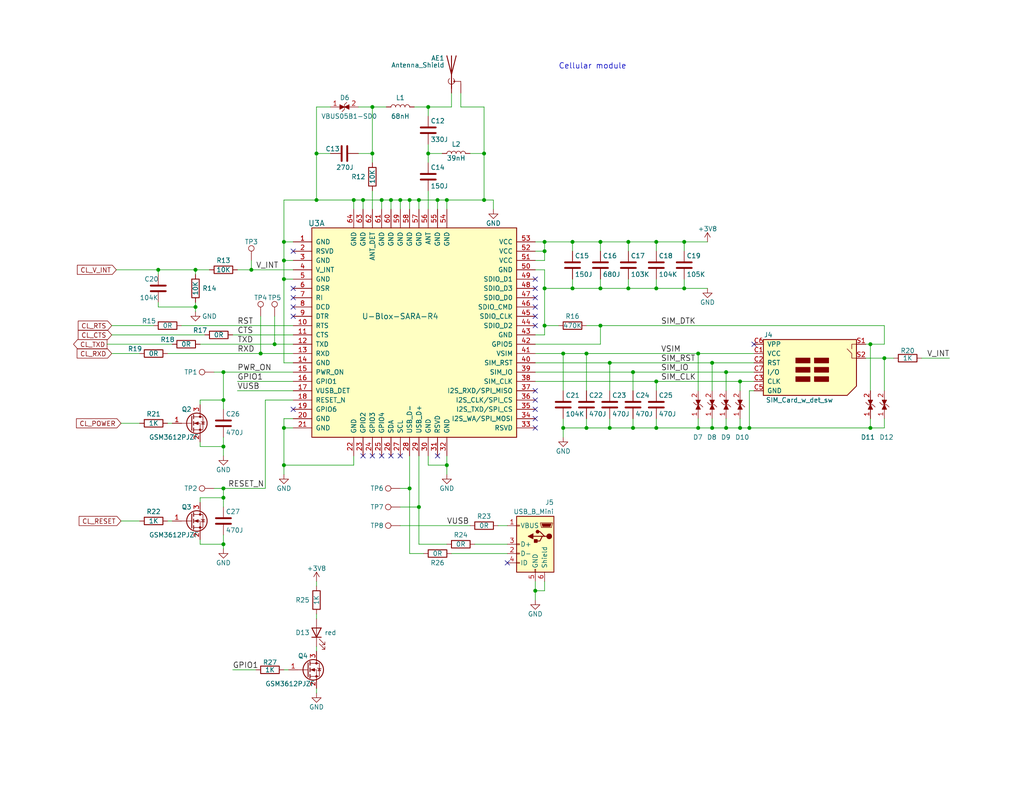
<source format=kicad_sch>
(kicad_sch (version 20230121) (generator eeschema)
  (paper "USLetter")
  (title_block (title "EISScube v.3.0 LTE") (date "2018-03-15") (rev "1.0") (company "IPKeys Technologies, LLC") (comment 1 "Yuriy Kozhynov (ykozhynov@ipkeys.com)"))
  (lib_symbols
    (symbol "Device:Antenna_Shield" (pin_numbers hide) (pin_names (offset 1.016) hide)
      (property "Reference" "AE" (at -1.905 4.445 0))
      (property "Value" "Antenna_Shield" (at -1.905 2.54 0))
      (symbol "Antenna_Shield_0_1"
        (arc (start -0.508 -1.143) (mid -0.8429 -2.1194) (end 0 -2.667))
        (arc (start 0 -2.667) (mid 0.7989 -2.1052) (end 0.508 -1.143))
        (polyline (pts (xy 0 -2.54) (xy 0 0)))
        (polyline (pts (xy 0 5.08) (xy 0 -3.81)) (stroke (width 0.254)))
        (polyline (pts (xy 0.762 -1.905) (xy 2.54 -1.905)))
        (polyline (pts (xy 2.54 -2.54) (xy 2.54 -1.905)))
        (polyline (pts (xy 1.27 5.08) (xy 0 0) (xy -1.27 5.08)) (stroke (width 0.254)))
        (circle (center 0.762 -1.905) (radius 0.1778) (fill (type outline)))
      )
      (symbol "Antenna_Shield_1_1"
        (pin input line (at 0 -5.08 90) (length 2.54) (name "A") (number "1"))
        (pin input line (at 2.54 -5.08 90) (length 2.54) (name "Shield") (number "2"))
      )
    )
    (symbol "Device:C" (pin_numbers hide) (pin_names (offset 0.254))
      (property "Reference" "C" (at 0.635 2.54 0))
      (property "Value" "C" (at 0.635 -2.54 0))
      (symbol "C_0_1"
        (polyline (pts (xy -2.032 -0.762) (xy 2.032 -0.762)) (stroke (width 0.508)))
        (polyline (pts (xy -2.032 0.762) (xy 2.032 0.762)) (stroke (width 0.508)))
      )
      (symbol "C_1_1"
        (pin passive line (at 0 3.81 270) (length 2.794) (name "~") (number "1"))
        (pin passive line (at 0 -3.81 90) (length 2.794) (name "~") (number "2"))
      )
    )
    (symbol "Device:L" (pin_numbers hide) (pin_names (offset 1.016) hide)
      (property "Reference" "L" (at -1.27 0 90))
      (property "Value" "L" (at 1.905 0 90))
      (symbol "L_0_1"
        (arc (start 0 -2.54) (mid 0.6323 -1.905) (end 0 -1.27))
        (arc (start 0 -1.27) (mid 0.6323 -0.635) (end 0 0))
        (arc (start 0 0) (mid 0.6323 0.635) (end 0 1.27))
        (arc (start 0 1.27) (mid 0.6323 1.905) (end 0 2.54))
      )
      (symbol "L_1_1"
        (pin passive line (at 0 3.81 270) (length 1.27) (name "1") (number "1"))
        (pin passive line (at 0 -3.81 90) (length 1.27) (name "2") (number "2"))
      )
    )
    (symbol "Device:LED" (pin_numbers hide) (pin_names (offset 1.016) hide)
      (property "Reference" "D" (at 0 2.54 0))
      (property "Value" "LED" (at 0 -2.54 0))
      (symbol "LED_0_1"
        (polyline (pts (xy -1.27 -1.27) (xy -1.27 1.27)) (stroke (width 0.254)))
        (polyline (pts (xy -1.27 0) (xy 1.27 0)))
        (polyline (pts (xy 1.27 -1.27) (xy 1.27 1.27) (xy -1.27 0) (xy 1.27 -1.27)) (stroke (width 0.254)))
        (polyline (pts (xy -3.048 -0.762) (xy -4.572 -2.286) (xy -3.81 -2.286) (xy -4.572 -2.286) (xy -4.572 -1.524)))
        (polyline (pts (xy -1.778 -0.762) (xy -3.302 -2.286) (xy -2.54 -2.286) (xy -3.302 -2.286) (xy -3.302 -1.524)))
      )
      (symbol "LED_1_1"
        (pin passive line (at -3.81 0 0) (length 2.54) (name "K") (number "1"))
        (pin passive line (at 3.81 0 180) (length 2.54) (name "A") (number "2"))
      )
    )
    (symbol "Device:Q_NMOS_GSD" (pin_names (offset 0) hide)
      (property "Reference" "Q" (at 5.08 1.27 0))
      (property "Value" "Q_NMOS_GSD" (at 5.08 -1.27 0))
      (symbol "Q_NMOS_GSD_0_1"
        (polyline (pts (xy 0.254 0) (xy -2.54 0)))
        (polyline (pts (xy 0.254 1.905) (xy 0.254 -1.905)) (stroke (width 0.254)))
        (polyline (pts (xy 0.762 -1.27) (xy 0.762 -2.286)) (stroke (width 0.254)))
        (polyline (pts (xy 0.762 0.508) (xy 0.762 -0.508)) (stroke (width 0.254)))
        (polyline (pts (xy 0.762 2.286) (xy 0.762 1.27)) (stroke (width 0.254)))
        (polyline (pts (xy 2.54 2.54) (xy 2.54 1.778)))
        (polyline (pts (xy 2.54 -2.54) (xy 2.54 0) (xy 0.762 0)))
        (polyline (pts (xy 0.762 -1.778) (xy 3.302 -1.778) (xy 3.302 1.778) (xy 0.762 1.778)))
        (polyline (pts (xy 1.016 0) (xy 2.032 0.381) (xy 2.032 -0.381) (xy 1.016 0)) (fill (type outline)))
        (polyline (pts (xy 2.794 0.508) (xy 2.921 0.381) (xy 3.683 0.381) (xy 3.81 0.254)))
        (polyline (pts (xy 3.302 0.381) (xy 2.921 -0.254) (xy 3.683 -0.254) (xy 3.302 0.381)))
        (circle (center 1.651 0) (radius 2.794) (stroke (width 0.254)))
        (circle (center 2.54 -1.778) (radius 0.254) (fill (type outline)))
        (circle (center 2.54 1.778) (radius 0.254) (fill (type outline)))
      )
      (symbol "Q_NMOS_GSD_1_1"
        (pin input line (at -5.08 0 0) (length 2.54) (name "G") (number "1"))
        (pin passive line (at 2.54 -5.08 90) (length 2.54) (name "S") (number "2"))
        (pin passive line (at 2.54 5.08 270) (length 2.54) (name "D") (number "3"))
      )
    )
    (symbol "Device:R" (pin_numbers hide) (pin_names (offset 0))
      (property "Reference" "R" (at 2.032 0 90))
      (property "Value" "R" (at 0 0 90))
      (symbol "R_0_1"
        (rectangle (start -1.016 -2.54) (end 1.016 2.54) (stroke (width 0.254)))
      )
      (symbol "R_1_1"
        (pin passive line (at 0 3.81 270) (length 1.27) (name "~") (number "1"))
        (pin passive line (at 0 -3.81 90) (length 1.27) (name "~") (number "2"))
      )
    )
    (symbol "EISScube-v3.0-LTE-rescue:Test_Point-Connector_Specialized" (pin_numbers hide) (pin_names (offset 0.762) hide)
      (property "Reference" "TP" (at 0 6.858 0))
      (property "Value" "EISScube-v3.0-LTE-rescue_Test_Point-Connector_Specialized" (at 0 5.08 0))
      (symbol "Test_Point-Connector_Specialized_0_1"
        (circle (center 0 3.302) (radius 0.762))
      )
      (symbol "Test_Point-Connector_Specialized_1_1"
        (pin passive line (at 0 0 90) (length 2.54) (name "1") (number "1"))
      )
    )
    (symbol "EISScube_LTE:SIM_Card_w_det_sw" (pin_names (offset 1.016))
      (property "Reference" "J" (at -7.62 10.16 0))
      (property "Value" "SIM_Card_w_det_sw" (at 8.89 -7.62 0))
      (symbol "SIM_Card_w_det_sw_0_1"
        (rectangle (start -1.27 -2.54) (end 2.54 -1.27) (stroke (width 0.254)) (fill (type outline)))
        (rectangle (start -1.27 0) (end 2.54 1.27) (stroke (width 0.254)) (fill (type outline)))
        (rectangle (start -1.27 2.54) (end 2.54 3.81) (stroke (width 0.254)) (fill (type outline)))
        (polyline (pts (xy 12.7 6.35) (xy 13.97 5.08)))
        (polyline (pts (xy 13.97 5.08) (xy 13.97 3.81) (xy 15.24 3.81)))
        (polyline (pts (xy 15.24 7.62) (xy 13.97 7.62) (xy 13.97 6.35)))
        (polyline (pts (xy -10.16 8.89) (xy 15.24 8.89) (xy 15.24 -3.81) (xy 12.7 -6.35) (xy -10.16 -6.35) (xy -10.16 8.89)) (stroke (width 0.254)) (fill (type background)))
        (rectangle (start 3.81 -1.27) (end 7.62 -2.54) (stroke (width 0.254)) (fill (type outline)))
        (rectangle (start 3.81 0) (end 7.62 1.27) (stroke (width 0.254)) (fill (type outline)))
        (rectangle (start 3.81 2.54) (end 7.62 3.81) (stroke (width 0.254)) (fill (type outline)))
      )
      (symbol "SIM_Card_w_det_sw_1_1"
        (pin power_in line (at -12.7 5.08 0) (length 2.54) (name "VCC") (number "C1"))
        (pin input line (at -12.7 2.54 0) (length 2.54) (name "RST") (number "C2"))
        (pin input line (at -12.7 -2.54 0) (length 2.54) (name "CLK") (number "C3"))
        (pin power_in line (at -12.7 -5.08 0) (length 2.54) (name "GND") (number "C5"))
        (pin input line (at -12.7 7.62 0) (length 2.54) (name "VPP") (number "C6"))
        (pin bidirectional line (at -12.7 0 0) (length 2.54) (name "I/O") (number "C7"))
        (pin passive line (at 17.78 7.62 180) (length 2.54) (name "~") (number "S1"))
        (pin passive line (at 17.78 3.81 180) (length 2.54) (name "~") (number "S2"))
      )
    )
    (symbol "EISScube_LTE:U-Blox-SARA-R4" (pin_names (offset 1.016))
      (property "Reference" "U" (at -29.21 30.48 0))
      (property "Value" "U-Blox-SARA-R4" (at -6.35 1.27 0))
      (symbol "U-Blox-SARA-R4_0_1"
        (rectangle (start -31.75 29.21) (end 24.13 -27.94) (stroke (width 0.254)) (fill (type background)))
      )
      (symbol "U-Blox-SARA-R4_1_1"
        (pin input line (at -36.83 25.4 0) (length 5.08) (name "GND") (number "1"))
        (pin passive line (at -36.83 2.54 0) (length 5.08) (name "RTS") (number "10"))
        (pin passive line (at -36.83 0 0) (length 5.08) (name "CTS") (number "11"))
        (pin passive line (at -36.83 -2.54 0) (length 5.08) (name "TXD") (number "12"))
        (pin passive line (at -36.83 -5.08 0) (length 5.08) (name "RXD") (number "13"))
        (pin passive line (at -36.83 -7.62 0) (length 5.08) (name "GND") (number "14"))
        (pin passive line (at -36.83 -10.16 0) (length 5.08) (name "PWR_ON") (number "15"))
        (pin passive line (at -36.83 -12.7 0) (length 5.08) (name "GPIO1") (number "16"))
        (pin passive line (at -36.83 -15.24 0) (length 5.08) (name "VUSB_DET") (number "17"))
        (pin passive line (at -36.83 -17.78 0) (length 5.08) (name "RESET_N") (number "18"))
        (pin passive line (at -36.83 -20.32 0) (length 5.08) (name "GPIO6") (number "19"))
        (pin input line (at -36.83 22.86 0) (length 5.08) (name "RSVD") (number "2"))
        (pin passive line (at -36.83 -22.86 0) (length 5.08) (name "GND") (number "20"))
        (pin passive line (at -36.83 -25.4 0) (length 5.08) (name "GND") (number "21"))
        (pin passive line (at -20.32 -33.02 90) (length 5.08) (name "GND") (number "22"))
        (pin passive line (at -17.78 -33.02 90) (length 5.08) (name "GPIO2") (number "23"))
        (pin passive line (at -15.24 -33.02 90) (length 5.08) (name "GPIO3") (number "24"))
        (pin passive line (at -12.7 -33.02 90) (length 5.08) (name "GPIO4") (number "25"))
        (pin passive line (at -10.16 -33.02 90) (length 5.08) (name "SDA") (number "26"))
        (pin passive line (at -7.62 -33.02 90) (length 5.08) (name "SCL") (number "27"))
        (pin passive line (at -5.08 -33.02 90) (length 5.08) (name "USB_D-") (number "28"))
        (pin passive line (at -2.54 -33.02 90) (length 5.08) (name "USB_D+") (number "29"))
        (pin passive line (at -36.83 20.32 0) (length 5.08) (name "GND") (number "3"))
        (pin passive line (at 0 -33.02 90) (length 5.08) (name "GND") (number "30"))
        (pin passive line (at 2.54 -33.02 90) (length 5.08) (name "RSVD") (number "31"))
        (pin passive line (at 5.08 -33.02 90) (length 5.08) (name "GND") (number "32"))
        (pin passive line (at 29.21 -25.4 180) (length 5.08) (name "RSVD") (number "33"))
        (pin passive line (at 29.21 -22.86 180) (length 5.08) (name "I2S_WA/SPI_MOSI") (number "34"))
        (pin passive line (at 29.21 -20.32 180) (length 5.08) (name "I2S_TXD/SPI_CS") (number "35"))
        (pin passive line (at 29.21 -17.78 180) (length 5.08) (name "I2S_CLK/SPI_CS") (number "36"))
        (pin passive line (at 29.21 -15.24 180) (length 5.08) (name "I2S_RXD/SPI_MISO") (number "37"))
        (pin passive line (at 29.21 -12.7 180) (length 5.08) (name "SIM_CLK") (number "38"))
        (pin passive line (at 29.21 -10.16 180) (length 5.08) (name "SIM_IO") (number "39"))
        (pin passive line (at -36.83 17.78 0) (length 5.08) (name "V_INT") (number "4"))
        (pin passive line (at 29.21 -7.62 180) (length 5.08) (name "SIM_RST") (number "40"))
        (pin power_out line (at 29.21 -5.08 180) (length 5.08) (name "VSIM") (number "41"))
        (pin passive line (at 29.21 -2.54 180) (length 5.08) (name "GPIO5") (number "42"))
        (pin passive line (at 29.21 0 180) (length 5.08) (name "GND") (number "43"))
        (pin passive line (at 29.21 2.54 180) (length 5.08) (name "SDIO_D2") (number "44"))
        (pin passive line (at 29.21 5.08 180) (length 5.08) (name "SDIO_CLK") (number "45"))
        (pin passive line (at 29.21 7.62 180) (length 5.08) (name "SDIO_CMD") (number "46"))
        (pin passive line (at 29.21 10.16 180) (length 5.08) (name "SDIO_D0") (number "47"))
        (pin passive line (at 29.21 12.7 180) (length 5.08) (name "SDIO_D3") (number "48"))
        (pin passive line (at 29.21 15.24 180) (length 5.08) (name "SDIO_D1") (number "49"))
        (pin passive line (at -36.83 15.24 0) (length 5.08) (name "GND") (number "5"))
        (pin passive line (at 29.21 17.78 180) (length 5.08) (name "GND") (number "50"))
        (pin passive line (at 29.21 20.32 180) (length 5.08) (name "VCC") (number "51"))
        (pin passive line (at 29.21 22.86 180) (length 5.08) (name "VCC") (number "52"))
        (pin passive line (at 29.21 25.4 180) (length 5.08) (name "VCC") (number "53"))
        (pin passive line (at 5.08 34.29 270) (length 5.08) (name "GND") (number "54"))
        (pin passive line (at 2.54 34.29 270) (length 5.08) (name "GND") (number "55"))
        (pin passive line (at 0 34.29 270) (length 5.08) (name "ANT") (number "56"))
        (pin passive line (at -2.54 34.29 270) (length 5.08) (name "GND") (number "57"))
        (pin passive line (at -5.08 34.29 270) (length 5.08) (name "GND") (number "58"))
        (pin passive line (at -7.62 34.29 270) (length 5.08) (name "GND") (number "59"))
        (pin passive line (at -36.83 12.7 0) (length 5.08) (name "DSR") (number "6"))
        (pin passive line (at -10.16 34.29 270) (length 5.08) (name "GND") (number "60"))
        (pin passive line (at -12.7 34.29 270) (length 5.08) (name "GND") (number "61"))
        (pin passive line (at -15.24 34.29 270) (length 5.08) (name "ANT_DET") (number "62"))
        (pin passive line (at -17.78 34.29 270) (length 5.08) (name "GND") (number "63"))
        (pin passive line (at -20.32 34.29 270) (length 5.08) (name "GND") (number "64"))
        (pin passive line (at -36.83 10.16 0) (length 5.08) (name "RI") (number "7"))
        (pin passive line (at -36.83 7.62 0) (length 5.08) (name "DCD") (number "8"))
        (pin passive line (at -36.83 5.08 0) (length 5.08) (name "DTR") (number "9"))
      )
      (symbol "U-Blox-SARA-R4_2_1"
        (pin power_in line (at -36.83 20.32 0) (length 5.08) (name "GND") (number "65"))
        (pin power_in line (at -36.83 17.78 0) (length 5.08) (name "GND") (number "66"))
        (pin power_in line (at -36.83 15.24 0) (length 5.08) (name "GND") (number "67"))
        (pin power_in line (at -36.83 12.7 0) (length 5.08) (name "GND") (number "68"))
        (pin power_in line (at -36.83 10.16 0) (length 5.08) (name "GND") (number "69"))
        (pin power_in line (at -36.83 7.62 0) (length 5.08) (name "GND") (number "70"))
        (pin power_in line (at -36.83 5.08 0) (length 5.08) (name "GND") (number "71"))
        (pin power_in line (at -36.83 2.54 0) (length 5.08) (name "GND") (number "72"))
        (pin power_in line (at -36.83 0 0) (length 5.08) (name "GND") (number "73"))
        (pin power_in line (at -36.83 -2.54 0) (length 5.08) (name "GND") (number "74"))
        (pin power_in line (at -36.83 -5.08 0) (length 5.08) (name "GND") (number "75"))
        (pin power_in line (at -36.83 -7.62 0) (length 5.08) (name "GND") (number "76"))
        (pin power_in line (at -36.83 -10.16 0) (length 5.08) (name "GND") (number "77"))
        (pin power_in line (at -36.83 -12.7 0) (length 5.08) (name "GND") (number "78"))
        (pin power_in line (at -36.83 -15.24 0) (length 5.08) (name "GND") (number "79"))
        (pin power_in line (at -36.83 -17.78 0) (length 5.08) (name "GND") (number "80"))
        (pin power_in line (at 29.21 -17.78 180) (length 5.08) (name "GND") (number "81"))
        (pin power_in line (at 29.21 -15.24 180) (length 5.08) (name "GND") (number "82"))
        (pin power_in line (at 29.21 -12.7 180) (length 5.08) (name "GND") (number "83"))
        (pin power_in line (at 29.21 -10.16 180) (length 5.08) (name "GND") (number "84"))
        (pin power_in line (at 29.21 -7.62 180) (length 5.08) (name "GND") (number "85"))
        (pin power_out line (at 29.21 -5.08 180) (length 5.08) (name "VSIM") (number "86"))
        (pin power_in line (at 29.21 -2.54 180) (length 5.08) (name "GND") (number "87"))
        (pin power_in line (at 29.21 0 180) (length 5.08) (name "GND") (number "88"))
        (pin power_in line (at 29.21 2.54 180) (length 5.08) (name "GND") (number "89"))
        (pin power_in line (at 29.21 5.08 180) (length 5.08) (name "GND") (number "90"))
        (pin power_in line (at 29.21 7.62 180) (length 5.08) (name "GND") (number "91"))
        (pin power_in line (at 29.21 10.16 180) (length 5.08) (name "GND") (number "92"))
        (pin power_in line (at 29.21 12.7 180) (length 5.08) (name "GND") (number "93"))
        (pin power_in line (at 29.21 15.24 180) (length 5.08) (name "GND") (number "94"))
        (pin power_in line (at 29.21 17.78 180) (length 5.08) (name "GND") (number "95"))
        (pin power_in line (at 29.21 20.32 180) (length 5.08) (name "GND") (number "96"))
      )
    )
    (symbol "EISScube_LTE:USB_B_Mini" (pin_names (offset 1.016))
      (property "Reference" "J" (at -5.08 11.43 0))
      (property "Value" "USB_B_Mini" (at -5.08 8.89 0))
      (symbol "USB_B_Mini_0_1"
        (rectangle (start -5.08 -7.62) (end 5.08 7.62) (stroke (width 0.254)) (fill (type background)))
        (circle (center -3.81 2.159) (radius 0.635) (stroke (width 0.254)) (fill (type outline)))
        (circle (center -0.635 3.429) (radius 0.381) (stroke (width 0.254)) (fill (type outline)))
        (rectangle (start -0.127 -7.62) (end 0.127 -6.858))
        (polyline (pts (xy -1.905 2.159) (xy 0.635 2.159)) (stroke (width 0.254)))
        (polyline (pts (xy -3.175 2.159) (xy -2.54 2.159) (xy -1.27 3.429) (xy -0.635 3.429)) (stroke (width 0.254)))
        (polyline (pts (xy -2.54 2.159) (xy -1.905 2.159) (xy -1.27 0.889) (xy 0 0.889)) (stroke (width 0.254)))
        (polyline (pts (xy 0.635 2.794) (xy 0.635 1.524) (xy 1.905 2.159) (xy 0.635 2.794)) (stroke (width 0.254)) (fill (type outline)))
        (polyline (pts (xy -4.318 5.588) (xy -1.778 5.588) (xy -2.032 4.826) (xy -4.064 4.826) (xy -4.318 5.588)) (fill (type outline)))
        (polyline (pts (xy -4.699 5.842) (xy -4.699 5.588) (xy -4.445 4.826) (xy -4.445 4.572) (xy -1.651 4.572) (xy -1.651 4.826) (xy -1.397 5.588) (xy -1.397 5.842) (xy -4.699 5.842)))
        (rectangle (start 0.254 1.27) (end -0.508 0.508) (stroke (width 0.254)) (fill (type outline)))
        (rectangle (start 5.08 -5.207) (end 4.318 -4.953))
        (rectangle (start 5.08 -2.667) (end 4.318 -2.413))
        (rectangle (start 5.08 -0.127) (end 4.318 0.127))
        (rectangle (start 5.08 4.953) (end 4.318 5.207))
      )
      (symbol "USB_B_Mini_1_1"
        (pin power_out line (at 7.62 5.08 180) (length 2.54) (name "VBUS") (number "1"))
        (pin passive line (at 7.62 -2.54 180) (length 2.54) (name "D-") (number "2"))
        (pin passive line (at 7.62 0 180) (length 2.54) (name "D+") (number "3"))
        (pin passive line (at 7.62 -5.08 180) (length 2.54) (name "ID") (number "4"))
        (pin power_in line (at 0 -10.16 90) (length 2.54) (name "GND") (number "5"))
        (pin passive line (at -2.54 -10.16 90) (length 2.54) (name "Shield") (number "6"))
      )
    )
    (symbol "EISScube_LTE:VBUS05B1-SD0" (pin_names (offset 1.016) hide)
      (property "Reference" "D" (at -1.27 2.54 0))
      (property "Value" "VBUS05B1-SD0" (at -6.35 -2.54 0))
      (symbol "VBUS05B1-SD0_0_1"
        (polyline (pts (xy -0.635 -1.27) (xy 0 -0.635) (xy 0 0.635) (xy 0.635 1.27)))
        (polyline (pts (xy 0 0) (xy 1.27 0.635) (xy 1.27 -0.635) (xy 0 0)) (fill (type outline)))
        (polyline (pts (xy 0 0) (xy -1.27 -0.635) (xy -1.27 0.635) (xy 0 0) (xy -0.635 0)) (fill (type outline)))
      )
      (symbol "VBUS05B1-SD0_1_1"
        (pin passive line (at -3.81 0 0) (length 2.54) (name "1") (number "1"))
        (pin passive line (at 3.81 0 180) (length 2.54) (name "2") (number "2"))
      )
    )
    (symbol "power:+3V8" (power) (pin_names (offset 0))
      (property "Value" "+3V8" (at 0 3.556 0))
      (symbol "+3V8_0_1"
        (polyline (pts (xy -0.762 1.27) (xy 0 2.54)))
        (polyline (pts (xy 0 0) (xy 0 2.54)))
        (polyline (pts (xy 0 2.54) (xy 0.762 1.27)))
      )
      (symbol "+3V8_1_1"
        (pin power_in line (at 0 0 90) (length 0) hide (name "+3V8") (number "1"))
      )
    )
    (symbol "power:GND" (power) (pin_names (offset 0))
      (property "Value" "GND" (at 0 -3.81 0))
      (symbol "GND_0_1"
        (polyline (pts (xy 0 0) (xy 0 -1.27) (xy 1.27 -1.27) (xy 0 -2.54) (xy -1.27 -1.27) (xy 0 -1.27)))
      )
      (symbol "GND_1_1"
        (pin power_in line (at 0 0 270) (length 0) hide (name "GND") (number "1"))
      )
    )
  )
  (junction (at 132.08 41.91))
  (junction (at 148.59 88.9))
  (junction (at 43.18 73.66))
  (junction (at 156.21 66.04))
  (junction (at 60.96 109.22))
  (junction (at 60.96 101.6))
  (junction (at 186.69 66.04))
  (junction (at 60.96 133.35))
  (junction (at 166.37 99.06))
  (junction (at 109.22 54.61))
  (junction (at 163.83 66.04))
  (junction (at 194.31 116.84))
  (junction (at 148.59 68.58))
  (junction (at 86.36 54.61))
  (junction (at 77.47 71.12))
  (junction (at 77.47 116.84))
  (junction (at 121.92 127))
  (junction (at 106.68 54.61))
  (junction (at 53.34 83.82))
  (junction (at 153.67 116.84))
  (junction (at 172.72 116.84))
  (junction (at 237.49 93.98))
  (junction (at 77.47 76.2))
  (junction (at 114.3 54.61))
  (junction (at 148.59 78.74))
  (junction (at 160.02 116.84))
  (junction (at 60.96 121.92))
  (junction (at 186.69 78.74))
  (junction (at 179.07 66.04))
  (junction (at 60.96 135.89))
  (junction (at 237.49 116.84))
  (junction (at 101.6 41.91))
  (junction (at 190.5 116.84))
  (junction (at 111.76 54.61))
  (junction (at 121.92 54.61))
  (junction (at 116.84 41.91))
  (junction (at 132.08 54.61))
  (junction (at 163.83 78.74))
  (junction (at 204.47 116.84))
  (junction (at 77.47 127))
  (junction (at 198.12 101.6))
  (junction (at 86.36 41.91))
  (junction (at 171.45 66.04))
  (junction (at 119.38 54.61))
  (junction (at 198.12 116.84))
  (junction (at 68.58 73.66))
  (junction (at 163.83 88.9))
  (junction (at 194.31 99.06))
  (junction (at 60.96 148.59))
  (junction (at 101.6 29.21))
  (junction (at 96.52 54.61))
  (junction (at 77.47 66.04))
  (junction (at 116.84 29.21))
  (junction (at 160.02 96.52))
  (junction (at 171.45 78.74))
  (junction (at 201.93 116.84))
  (junction (at 111.76 133.35))
  (junction (at 179.07 116.84))
  (junction (at 71.12 96.52))
  (junction (at 74.93 93.98))
  (junction (at 172.72 101.6))
  (junction (at 179.07 78.74))
  (junction (at 146.05 161.29))
  (junction (at 166.37 116.84))
  (junction (at 104.14 54.61))
  (junction (at 179.07 104.14))
  (junction (at 241.3 97.79))
  (junction (at 201.93 104.14))
  (junction (at 53.34 73.66))
  (junction (at 190.5 96.52))
  (junction (at 148.59 66.04))
  (junction (at 99.06 54.61))
  (junction (at 114.3 138.43))
  (junction (at 153.67 96.52))
  (junction (at 156.21 78.74))
  (no_connect (at 119.38 124.46))
  (no_connect (at 146.05 76.2))
  (no_connect (at 101.6 124.46))
  (no_connect (at 80.01 83.82))
  (no_connect (at 146.05 78.74))
  (no_connect (at 80.01 81.28))
  (no_connect (at 146.05 88.9))
  (no_connect (at 146.05 81.28))
  (no_connect (at 99.06 124.46))
  (no_connect (at 109.22 124.46))
  (no_connect (at 104.14 124.46))
  (no_connect (at 146.05 106.68))
  (no_connect (at 80.01 78.74))
  (no_connect (at 80.01 86.36))
  (no_connect (at 146.05 116.84))
  (no_connect (at 146.05 114.3))
  (no_connect (at 80.01 111.76))
  (no_connect (at 146.05 109.22))
  (no_connect (at 146.05 83.82))
  (no_connect (at 106.68 124.46))
  (no_connect (at 138.43 153.67))
  (no_connect (at 205.74 93.98))
  (no_connect (at 146.05 86.36))
  (no_connect (at 80.01 68.58))
  (no_connect (at 146.05 111.76))
  (wire (pts (xy 198.12 101.6) (xy 205.74 101.6)))
  (wire (pts (xy 99.06 54.61) (xy 99.06 57.15)))
  (wire (pts (xy 237.49 93.98) (xy 241.3 93.98)))
  (wire (pts (xy 119.38 54.61) (xy 119.38 57.15)))
  (wire (pts (xy 106.68 54.61) (xy 109.22 54.61)))
  (wire (pts (xy 194.31 106.68) (xy 194.31 99.06)))
  (wire (pts (xy 60.96 148.59) (xy 60.96 149.86)))
  (wire (pts (xy 171.45 78.74) (xy 171.45 76.2)))
  (wire (pts (xy 60.96 133.35) (xy 60.96 135.89)))
  (wire (pts (xy 113.03 29.21) (xy 116.84 29.21)))
  (wire (pts (xy 77.47 99.06) (xy 80.01 99.06)))
  (wire (pts (xy 86.36 160.02) (xy 86.36 158.75)))
  (wire (pts (xy 241.3 106.68) (xy 241.3 97.79)))
  (wire (pts (xy 171.45 66.04) (xy 171.45 68.58)))
  (wire (pts (xy 120.65 41.91) (xy 116.84 41.91)))
  (wire (pts (xy 63.5 91.44) (xy 80.01 91.44)))
  (wire (pts (xy 163.83 88.9) (xy 163.83 93.98)))
  (wire (pts (xy 96.52 124.46) (xy 96.52 127)))
  (wire (pts (xy 148.59 158.75) (xy 148.59 161.29)))
  (wire (pts (xy 77.47 76.2) (xy 77.47 99.06)))
  (wire (pts (xy 153.67 114.3) (xy 153.67 116.84)))
  (wire (pts (xy 33.02 115.57) (xy 38.1 115.57)))
  (wire (pts (xy 53.34 73.66) (xy 57.15 73.66)))
  (wire (pts (xy 128.27 41.91) (xy 132.08 41.91)))
  (wire (pts (xy 186.69 66.04) (xy 186.69 68.58)))
  (wire (pts (xy 163.83 88.9) (xy 160.02 88.9)))
  (wire (pts (xy 53.34 83.82) (xy 53.34 85.09)))
  (wire (pts (xy 97.79 29.21) (xy 101.6 29.21)))
  (wire (pts (xy 77.47 66.04) (xy 77.47 71.12)))
  (wire (pts (xy 237.49 106.68) (xy 237.49 93.98)))
  (wire (pts (xy 148.59 161.29) (xy 146.05 161.29)))
  (wire (pts (xy 172.72 101.6) (xy 198.12 101.6)))
  (wire (pts (xy 172.72 114.3) (xy 172.72 116.84)))
  (wire (pts (xy 106.68 54.61) (xy 106.68 57.15)))
  (wire (pts (xy 86.36 41.91) (xy 86.36 54.61)))
  (wire (pts (xy 109.22 143.51) (xy 128.27 143.51)))
  (wire (pts (xy 111.76 54.61) (xy 114.3 54.61)))
  (wire (pts (xy 55.88 91.44) (xy 30.48 91.44)))
  (wire (pts (xy 160.02 96.52) (xy 190.5 96.52)))
  (wire (pts (xy 148.59 66.04) (xy 156.21 66.04)))
  (wire (pts (xy 241.3 116.84) (xy 241.3 114.3)))
  (wire (pts (xy 72.39 133.35) (xy 60.96 133.35)))
  (wire (pts (xy 68.58 71.12) (xy 68.58 73.66)))
  (wire (pts (xy 64.77 73.66) (xy 68.58 73.66)))
  (wire (pts (xy 60.96 146.05) (xy 60.96 148.59)))
  (wire (pts (xy 116.84 127) (xy 121.92 127)))
  (wire (pts (xy 45.72 115.57) (xy 46.99 115.57)))
  (wire (pts (xy 172.72 106.68) (xy 172.72 101.6)))
  (wire (pts (xy 148.59 88.9) (xy 152.4 88.9)))
  (wire (pts (xy 171.45 78.74) (xy 179.07 78.74)))
  (wire (pts (xy 148.59 68.58) (xy 148.59 71.12)))
  (wire (pts (xy 186.69 78.74) (xy 193.04 78.74)))
  (wire (pts (xy 156.21 66.04) (xy 163.83 66.04)))
  (wire (pts (xy 179.07 66.04) (xy 186.69 66.04)))
  (wire (pts (xy 77.47 127) (xy 77.47 129.54)))
  (wire (pts (xy 74.93 86.36) (xy 74.93 93.98)))
  (wire (pts (xy 153.67 116.84) (xy 153.67 119.38)))
  (wire (pts (xy 109.22 133.35) (xy 111.76 133.35)))
  (wire (pts (xy 153.67 116.84) (xy 160.02 116.84)))
  (wire (pts (xy 194.31 114.3) (xy 194.31 116.84)))
  (wire (pts (xy 146.05 158.75) (xy 146.05 161.29)))
  (wire (pts (xy 190.5 116.84) (xy 194.31 116.84)))
  (wire (pts (xy 190.5 106.68) (xy 190.5 96.52)))
  (wire (pts (xy 80.01 76.2) (xy 77.47 76.2)))
  (wire (pts (xy 49.53 88.9) (xy 80.01 88.9)))
  (wire (pts (xy 80.01 114.3) (xy 77.47 114.3)))
  (wire (pts (xy 204.47 116.84) (xy 204.47 106.68)))
  (wire (pts (xy 148.59 71.12) (xy 146.05 71.12)))
  (wire (pts (xy 53.34 82.55) (xy 53.34 83.82)))
  (wire (pts (xy 179.07 66.04) (xy 179.07 68.58)))
  (wire (pts (xy 201.93 106.68) (xy 201.93 104.14)))
  (wire (pts (xy 241.3 93.98) (xy 241.3 88.9)))
  (wire (pts (xy 172.72 116.84) (xy 179.07 116.84)))
  (wire (pts (xy 64.77 106.68) (xy 80.01 106.68)))
  (wire (pts (xy 46.99 93.98) (xy 29.21 93.98)))
  (wire (pts (xy 90.17 41.91) (xy 86.36 41.91)))
  (wire (pts (xy 96.52 54.61) (xy 99.06 54.61)))
  (wire (pts (xy 201.93 114.3) (xy 201.93 116.84)))
  (wire (pts (xy 96.52 127) (xy 77.47 127)))
  (wire (pts (xy 241.3 97.79) (xy 243.84 97.79)))
  (wire (pts (xy 186.69 66.04) (xy 193.04 66.04)))
  (wire (pts (xy 148.59 91.44) (xy 146.05 91.44)))
  (wire (pts (xy 111.76 151.13) (xy 115.57 151.13)))
  (wire (pts (xy 148.59 88.9) (xy 148.59 91.44)))
  (wire (pts (xy 109.22 54.61) (xy 109.22 57.15)))
  (wire (pts (xy 72.39 109.22) (xy 72.39 133.35)))
  (wire (pts (xy 54.61 121.92) (xy 60.96 121.92)))
  (wire (pts (xy 101.6 57.15) (xy 101.6 52.07)))
  (wire (pts (xy 179.07 78.74) (xy 186.69 78.74)))
  (wire (pts (xy 69.85 182.88) (xy 63.5 182.88)))
  (wire (pts (xy 77.47 114.3) (xy 77.47 116.84)))
  (wire (pts (xy 198.12 116.84) (xy 201.93 116.84)))
  (wire (pts (xy 60.96 135.89) (xy 60.96 138.43)))
  (wire (pts (xy 116.84 57.15) (xy 116.84 52.07)))
  (wire (pts (xy 86.36 177.8) (xy 86.36 176.53)))
  (wire (pts (xy 101.6 29.21) (xy 101.6 41.91)))
  (wire (pts (xy 111.76 54.61) (xy 111.76 57.15)))
  (wire (pts (xy 163.83 93.98) (xy 146.05 93.98)))
  (wire (pts (xy 190.5 96.52) (xy 205.74 96.52)))
  (wire (pts (xy 86.36 54.61) (xy 96.52 54.61)))
  (wire (pts (xy 146.05 104.14) (xy 179.07 104.14)))
  (wire (pts (xy 121.92 54.61) (xy 121.92 57.15)))
  (wire (pts (xy 160.02 106.68) (xy 160.02 96.52)))
  (wire (pts (xy 74.93 93.98) (xy 80.01 93.98)))
  (wire (pts (xy 77.47 116.84) (xy 80.01 116.84)))
  (wire (pts (xy 43.18 83.82) (xy 53.34 83.82)))
  (wire (pts (xy 121.92 127) (xy 121.92 129.54)))
  (wire (pts (xy 179.07 106.68) (xy 179.07 104.14)))
  (wire (pts (xy 114.3 54.61) (xy 119.38 54.61)))
  (wire (pts (xy 201.93 104.14) (xy 205.74 104.14)))
  (wire (pts (xy 125.73 29.21) (xy 125.73 25.4)))
  (wire (pts (xy 146.05 96.52) (xy 153.67 96.52)))
  (wire (pts (xy 163.83 66.04) (xy 171.45 66.04)))
  (wire (pts (xy 132.08 54.61) (xy 132.08 41.91)))
  (wire (pts (xy 138.43 148.59) (xy 129.54 148.59)))
  (wire (pts (xy 114.3 138.43) (xy 114.3 148.59)))
  (wire (pts (xy 114.3 124.46) (xy 114.3 138.43)))
  (wire (pts (xy 101.6 29.21) (xy 105.41 29.21)))
  (wire (pts (xy 148.59 66.04) (xy 148.59 68.58)))
  (wire (pts (xy 179.07 114.3) (xy 179.07 116.84)))
  (wire (pts (xy 179.07 116.84) (xy 190.5 116.84)))
  (wire (pts (xy 77.47 71.12) (xy 77.47 76.2)))
  (wire (pts (xy 86.36 168.91) (xy 86.36 167.64)))
  (wire (pts (xy 60.96 133.35) (xy 58.42 133.35)))
  (wire (pts (xy 160.02 114.3) (xy 160.02 116.84)))
  (wire (pts (xy 109.22 54.61) (xy 111.76 54.61)))
  (wire (pts (xy 86.36 29.21) (xy 86.36 41.91)))
  (wire (pts (xy 54.61 110.49) (xy 54.61 109.22)))
  (wire (pts (xy 54.61 148.59) (xy 60.96 148.59)))
  (wire (pts (xy 153.67 96.52) (xy 160.02 96.52)))
  (wire (pts (xy 116.84 29.21) (xy 123.19 29.21)))
  (wire (pts (xy 71.12 96.52) (xy 80.01 96.52)))
  (wire (pts (xy 109.22 138.43) (xy 114.3 138.43)))
  (wire (pts (xy 156.21 68.58) (xy 156.21 66.04)))
  (wire (pts (xy 58.42 101.6) (xy 60.96 101.6)))
  (wire (pts (xy 194.31 116.84) (xy 198.12 116.84)))
  (wire (pts (xy 77.47 54.61) (xy 77.47 66.04)))
  (wire (pts (xy 186.69 78.74) (xy 186.69 76.2)))
  (wire (pts (xy 236.22 93.98) (xy 237.49 93.98)))
  (wire (pts (xy 123.19 29.21) (xy 123.19 25.4)))
  (wire (pts (xy 166.37 106.68) (xy 166.37 99.06)))
  (wire (pts (xy 146.05 66.04) (xy 148.59 66.04)))
  (wire (pts (xy 54.61 135.89) (xy 60.96 135.89)))
  (wire (pts (xy 121.92 124.46) (xy 121.92 127)))
  (wire (pts (xy 237.49 114.3) (xy 237.49 116.84)))
  (wire (pts (xy 146.05 73.66) (xy 148.59 73.66)))
  (wire (pts (xy 60.96 121.92) (xy 60.96 124.46)))
  (wire (pts (xy 251.46 97.79) (xy 259.08 97.79)))
  (wire (pts (xy 163.83 78.74) (xy 163.83 76.2)))
  (wire (pts (xy 54.61 137.16) (xy 54.61 135.89)))
  (wire (pts (xy 201.93 116.84) (xy 204.47 116.84)))
  (wire (pts (xy 54.61 93.98) (xy 74.93 93.98)))
  (wire (pts (xy 123.19 151.13) (xy 138.43 151.13)))
  (wire (pts (xy 166.37 116.84) (xy 172.72 116.84)))
  (wire (pts (xy 116.84 39.37) (xy 116.84 41.91)))
  (wire (pts (xy 132.08 29.21) (xy 125.73 29.21)))
  (wire (pts (xy 114.3 54.61) (xy 114.3 57.15)))
  (wire (pts (xy 53.34 74.93) (xy 53.34 73.66)))
  (wire (pts (xy 236.22 97.79) (xy 241.3 97.79)))
  (wire (pts (xy 119.38 54.61) (xy 121.92 54.61)))
  (wire (pts (xy 80.01 109.22) (xy 72.39 109.22)))
  (wire (pts (xy 132.08 41.91) (xy 132.08 29.21)))
  (wire (pts (xy 77.47 54.61) (xy 86.36 54.61)))
  (wire (pts (xy 97.79 41.91) (xy 101.6 41.91)))
  (wire (pts (xy 163.83 78.74) (xy 171.45 78.74)))
  (wire (pts (xy 60.96 119.38) (xy 60.96 121.92)))
  (wire (pts (xy 132.08 54.61) (xy 134.62 54.61)))
  (wire (pts (xy 156.21 78.74) (xy 163.83 78.74)))
  (wire (pts (xy 111.76 124.46) (xy 111.76 133.35)))
  (wire (pts (xy 77.47 116.84) (xy 77.47 127)))
  (wire (pts (xy 45.72 96.52) (xy 71.12 96.52)))
  (wire (pts (xy 71.12 86.36) (xy 71.12 96.52)))
  (wire (pts (xy 104.14 54.61) (xy 104.14 57.15)))
  (wire (pts (xy 116.84 124.46) (xy 116.84 127)))
  (wire (pts (xy 68.58 73.66) (xy 80.01 73.66)))
  (wire (pts (xy 104.14 54.61) (xy 106.68 54.61)))
  (wire (pts (xy 111.76 133.35) (xy 111.76 151.13)))
  (wire (pts (xy 90.17 29.21) (xy 86.36 29.21)))
  (wire (pts (xy 153.67 106.68) (xy 153.67 96.52)))
  (wire (pts (xy 38.1 96.52) (xy 30.48 96.52)))
  (wire (pts (xy 241.3 88.9) (xy 163.83 88.9)))
  (wire (pts (xy 190.5 114.3) (xy 190.5 116.84)))
  (wire (pts (xy 134.62 54.61) (xy 134.62 57.15)))
  (wire (pts (xy 60.96 101.6) (xy 80.01 101.6)))
  (wire (pts (xy 60.96 109.22) (xy 60.96 111.76)))
  (wire (pts (xy 60.96 101.6) (xy 60.96 109.22)))
  (wire (pts (xy 146.05 101.6) (xy 172.72 101.6)))
  (wire (pts (xy 166.37 114.3) (xy 166.37 116.84)))
  (wire (pts (xy 86.36 187.96) (xy 86.36 189.23)))
  (wire (pts (xy 43.18 82.55) (xy 43.18 83.82)))
  (wire (pts (xy 198.12 114.3) (xy 198.12 116.84)))
  (wire (pts (xy 160.02 116.84) (xy 166.37 116.84)))
  (wire (pts (xy 80.01 71.12) (xy 77.47 71.12)))
  (wire (pts (xy 171.45 66.04) (xy 179.07 66.04)))
  (wire (pts (xy 146.05 161.29) (xy 146.05 163.83)))
  (wire (pts (xy 54.61 147.32) (xy 54.61 148.59)))
  (wire (pts (xy 166.37 99.06) (xy 194.31 99.06)))
  (wire (pts (xy 54.61 120.65) (xy 54.61 121.92)))
  (wire (pts (xy 146.05 68.58) (xy 148.59 68.58)))
  (wire (pts (xy 163.83 66.04) (xy 163.83 68.58)))
  (wire (pts (xy 156.21 78.74) (xy 156.21 76.2)))
  (wire (pts (xy 194.31 99.06) (xy 205.74 99.06)))
  (wire (pts (xy 45.72 142.24) (xy 46.99 142.24)))
  (wire (pts (xy 146.05 99.06) (xy 166.37 99.06)))
  (wire (pts (xy 179.07 78.74) (xy 179.07 76.2)))
  (wire (pts (xy 237.49 116.84) (xy 241.3 116.84)))
  (wire (pts (xy 179.07 104.14) (xy 201.93 104.14)))
  (wire (pts (xy 99.06 54.61) (xy 104.14 54.61)))
  (wire (pts (xy 148.59 78.74) (xy 148.59 88.9)))
  (wire (pts (xy 121.92 54.61) (xy 132.08 54.61)))
  (wire (pts (xy 80.01 66.04) (xy 77.47 66.04)))
  (wire (pts (xy 116.84 29.21) (xy 116.84 31.75)))
  (wire (pts (xy 204.47 116.84) (xy 237.49 116.84)))
  (wire (pts (xy 148.59 78.74) (xy 156.21 78.74)))
  (wire (pts (xy 116.84 41.91) (xy 116.84 44.45)))
  (wire (pts (xy 43.18 73.66) (xy 53.34 73.66)))
  (wire (pts (xy 114.3 148.59) (xy 121.92 148.59)))
  (wire (pts (xy 198.12 106.68) (xy 198.12 101.6)))
  (wire (pts (xy 204.47 106.68) (xy 205.74 106.68)))
  (wire (pts (xy 101.6 41.91) (xy 101.6 44.45)))
  (wire (pts (xy 43.18 73.66) (xy 43.18 74.93)))
  (wire (pts (xy 33.02 142.24) (xy 38.1 142.24)))
  (wire (pts (xy 41.91 88.9) (xy 30.48 88.9)))
  (wire (pts (xy 80.01 104.14) (xy 64.77 104.14)))
  (wire (pts (xy 96.52 54.61) (xy 96.52 57.15)))
  (wire (pts (xy 31.75 73.66) (xy 43.18 73.66)))
  (wire (pts (xy 77.47 182.88) (xy 78.74 182.88)))
  (wire (pts (xy 54.61 109.22) (xy 60.96 109.22)))
  (wire (pts (xy 148.59 73.66) (xy 148.59 78.74)))
  (wire (pts (xy 135.89 143.51) (xy 138.43 143.51)))
  (text "Cellular module" (at 152.4 19.05 0) (effects (font (size 1.524 1.524)) (justify left bottom)))
  (label "V_INT" (at 69.85 73.66 0) (effects (font (size 1.524 1.524))))
  (label "GPIO1" (at 63.5 182.88 0) (effects (font (size 1.524 1.524))))
  (label "SIM_RST" (at 180.34 99.06 0) (effects (font (size 1.524 1.524))))
  (label "SIM_CLK" (at 180.34 104.14 0) (effects (font (size 1.524 1.524))))
  (label "CTS" (at 64.77 91.44 0) (effects (font (size 1.524 1.524))))
  (label "PWR_ON" (at 64.77 101.6 0) (effects (font (size 1.524 1.524))))
  (label "GPIO1" (at 64.77 104.14 0) (effects (font (size 1.524 1.524))))
  (label "VSIM" (at 180.34 96.52 0) (effects (font (size 1.524 1.524))))
  (label "VUSB" (at 64.77 106.68 0) (effects (font (size 1.524 1.524))))
  (label "V_INT" (at 259.08 97.79 180) (effects (font (size 1.524 1.524))))
  (label "RESET_N" (at 62.23 133.35 0) (effects (font (size 1.524 1.524))))
  (label "RST" (at 64.77 88.9 0) (effects (font (size 1.524 1.524))))
  (label "TXD" (at 64.77 93.98 0) (effects (font (size 1.524 1.524))))
  (label "VUSB" (at 121.92 143.51 0) (effects (font (size 1.524 1.524))))
  (label "SIM_DTK" (at 180.34 88.9 0) (effects (font (size 1.524 1.524))))
  (label "SIM_IO" (at 180.34 101.6 0) (effects (font (size 1.524 1.524))))
  (label "RXD" (at 64.77 96.52 0) (effects (font (size 1.524 1.524))))
  (global_label "CL_CTS" (shape input) (at 30.48 91.44 180) (property "Intersheetrefs" "${INTERSHEET_REFS}" (effects hide)))
  (global_label "CL_TXD" (shape output) (at 29.21 93.98 180) (property "Intersheetrefs" "${INTERSHEET_REFS}" (effects hide)))
  (global_label "CL_RXD" (shape input) (at 30.48 96.52 180) (property "Intersheetrefs" "${INTERSHEET_REFS}" (effects hide)))
  (global_label "CL_V_INT" (shape input) (at 31.75 73.66 180) (property "Intersheetrefs" "${INTERSHEET_REFS}" (effects hide)))
  (global_label "CL_RTS" (shape input) (at 30.48 88.9 180) (property "Intersheetrefs" "${INTERSHEET_REFS}" (effects hide)))
  (global_label "CL_RESET" (shape input) (at 33.02 142.24 180) (property "Intersheetrefs" "${INTERSHEET_REFS}" (effects hide)))
  (global_label "CL_POWER" (shape input) (at 33.02 115.57 180) (property "Intersheetrefs" "${INTERSHEET_REFS}" (effects hide)))
  (symbol (lib_id "Device:R") (at 101.6 48.26 0) (unit 1)
    (property "Reference" "R12" (at 97.79 48.26 0))
    (property "Value" "10K" (at 101.6 48.26 90))
    (property "Footprint" "Resistors_SMD:R_0603" (effects hide))
  )
  (symbol (lib_id "Device:C") (at 93.98 41.91 90) (unit 1)
    (property "Reference" "C13" (at 92.71 40.64 90) (effects (justify left)))
    (property "Value" "270J" (at 96.52 45.72 90) (effects (justify left)))
    (property "Footprint" "Capacitors_SMD:C_0603" (effects hide))
  )
  (symbol (lib_id "Device:C") (at 116.84 48.26 0) (unit 1)
    (property "Reference" "C14" (at 117.475 45.72 0) (effects (justify left)))
    (property "Value" "150J" (at 117.475 50.8 0) (effects (justify left)))
    (property "Footprint" "Capacitors_SMD:C_0603" (effects hide))
  )
  (symbol (lib_id "Device:C") (at 116.84 35.56 0) (unit 1)
    (property "Reference" "C12" (at 117.475 33.02 0) (effects (justify left)))
    (property "Value" "330J" (at 117.475 38.1 0) (effects (justify left)))
    (property "Footprint" "Capacitors_SMD:C_0603" (effects hide))
  )
  (symbol (lib_id "Device:L") (at 124.46 41.91 90) (unit 1)
    (property "Reference" "L2" (at 124.46 39.37 90))
    (property "Value" "39nH" (at 124.46 43.18 90))
    (property "Footprint" "Inductors_SMD:L_0603" (effects hide))
  )
  (symbol (lib_id "Device:L") (at 109.22 29.21 90) (unit 1)
    (property "Reference" "L1" (at 109.22 26.67 90))
    (property "Value" "68nH" (at 109.22 31.75 90))
    (property "Footprint" "Inductors_SMD:L_0603" (effects hide))
  )
  (symbol (lib_id "EISScube_LTE:U-Blox-SARA-R4") (at 116.84 91.44 0) (unit 1)
    (property "Reference" "U3" (at 86.36 60.96 0) (effects (font (size 1.524 1.524))))
    (property "Value" "U-Blox-SARA-R4" (at 109.22 86.36 0) (effects (font (size 1.524 1.524))))
    (property "Footprint" "EISScube_LTE:SARA-R4-96" (effects hide))
  )
  (symbol (lib_id "Device:Antenna_Shield") (at 123.19 20.32 0) (unit 1)
    (property "Reference" "AE1" (at 121.285 15.875 0) (effects (justify right)))
    (property "Value" "Antenna_Shield" (at 121.285 17.78 0) (effects (justify right)))
    (property "Footprint" "Connectors_Molex:Molex_SMA_Jack_Edge_Mount" (effects hide))
  )
  (symbol (lib_id "power:GND") (at 134.62 57.15 0) (unit 1)
    (property "Reference" "#PWR017" (effects hide))
    (property "Value" "GND" (at 134.62 60.96 0))
  )
  (symbol (lib_id "power:GND") (at 77.47 129.54 0) (unit 1)
    (property "Reference" "#PWR018" (effects hide))
    (property "Value" "GND" (at 77.47 133.35 0))
  )
  (symbol (lib_id "power:GND") (at 121.92 129.54 0) (unit 1)
    (property "Reference" "#PWR019" (effects hide))
    (property "Value" "GND" (at 121.92 133.35 0))
  )
  (symbol (lib_id "power:GND") (at 146.05 163.83 0) (unit 1)
    (property "Reference" "#PWR020" (effects hide))
    (property "Value" "GND" (at 146.05 167.64 0))
  )
  (symbol (lib_id "Device:R") (at 125.73 148.59 270) (unit 1)
    (property "Reference" "R24" (at 125.73 146.05 90))
    (property "Value" "0R" (at 125.73 148.59 90))
    (property "Footprint" "Resistors_SMD:R_0603" (effects hide))
  )
  (symbol (lib_id "Device:R") (at 119.38 151.13 270) (unit 1)
    (property "Reference" "R26" (at 119.38 153.67 90))
    (property "Value" "0R" (at 119.38 151.13 90))
    (property "Footprint" "Resistors_SMD:R_0603" (effects hide))
  )
  (symbol (lib_id "Device:R") (at 132.08 143.51 270) (unit 1)
    (property "Reference" "R23" (at 132.08 140.97 90))
    (property "Value" "0R" (at 132.08 143.51 90))
    (property "Footprint" "Resistors_SMD:R_0603" (effects hide))
  )
  (symbol (lib_id "Device:Q_NMOS_GSD") (at 52.07 142.24 0) (unit 1)
    (property "Reference" "Q3" (at 49.53 138.43 0) (effects (justify left)))
    (property "Value" "GSM3612PJZF" (at 40.64 146.05 0) (effects (justify left)))
    (property "Footprint" "TO_SOT_Packages_SMD:SOT-23" (effects hide))
  )
  (symbol (lib_id "Device:Q_NMOS_GSD") (at 52.07 115.57 0) (unit 1)
    (property "Reference" "Q2" (at 49.53 111.76 0) (effects (justify left)))
    (property "Value" "GSM3612PJZF" (at 40.64 119.38 0) (effects (justify left)))
    (property "Footprint" "TO_SOT_Packages_SMD:SOT-23" (effects hide))
  )
  (symbol (lib_id "Device:C") (at 60.96 142.24 0) (unit 1)
    (property "Reference" "C27" (at 61.595 139.7 0) (effects (justify left)))
    (property "Value" "470J" (at 61.595 144.78 0) (effects (justify left)))
    (property "Footprint" "Capacitors_SMD:C_0603" (effects hide))
  )
  (symbol (lib_id "Device:C") (at 60.96 115.57 0) (unit 1)
    (property "Reference" "C26" (at 61.595 113.03 0) (effects (justify left)))
    (property "Value" "470J" (at 61.595 118.11 0) (effects (justify left)))
    (property "Footprint" "Capacitors_SMD:C_0603" (effects hide))
  )
  (symbol (lib_id "power:GND") (at 60.96 124.46 0) (unit 1)
    (property "Reference" "#PWR021" (effects hide))
    (property "Value" "GND" (at 60.96 128.27 0))
  )
  (symbol (lib_id "power:GND") (at 60.96 149.86 0) (unit 1)
    (property "Reference" "#PWR022" (effects hide))
    (property "Value" "GND" (at 60.96 153.67 0))
  )
  (symbol (lib_id "Device:R") (at 41.91 115.57 90) (unit 1)
    (property "Reference" "R21" (at 41.91 113.03 90))
    (property "Value" "1K" (at 41.91 115.57 90))
    (property "Footprint" "Resistors_SMD:R_0603" (effects hide))
  )
  (symbol (lib_id "Device:R") (at 41.91 142.24 90) (unit 1)
    (property "Reference" "R22" (at 41.91 139.7 90))
    (property "Value" "1K" (at 41.91 142.24 90))
    (property "Footprint" "Resistors_SMD:R_0603" (effects hide))
  )
  (symbol (lib_id "Device:R") (at 41.91 96.52 270) (unit 1)
    (property "Reference" "R19" (at 36.83 95.25 90))
    (property "Value" "0R" (at 41.91 96.52 90))
    (property "Footprint" "Resistors_SMD:R_0603" (effects hide))
  )
  (symbol (lib_id "Device:R") (at 50.8 93.98 270) (unit 1)
    (property "Reference" "R18" (at 45.72 92.71 90))
    (property "Value" "0R" (at 50.8 93.98 90))
    (property "Footprint" "Resistors_SMD:R_0603" (effects hide))
  )
  (symbol (lib_id "Device:R") (at 59.69 91.44 270) (unit 1)
    (property "Reference" "R17" (at 54.61 90.17 90))
    (property "Value" "0R" (at 59.69 91.44 90))
    (property "Footprint" "Resistors_SMD:R_0603" (effects hide))
  )
  (symbol (lib_id "Device:R") (at 45.72 88.9 270) (unit 1)
    (property "Reference" "R15" (at 40.64 87.63 90))
    (property "Value" "0R" (at 45.72 88.9 90))
    (property "Footprint" "Resistors_SMD:R_0603" (effects hide))
  )
  (symbol (lib_id "Device:Q_NMOS_GSD") (at 83.82 182.88 0) (unit 1)
    (property "Reference" "Q4" (at 81.28 179.07 0) (effects (justify left)))
    (property "Value" "GSM3612PJZF" (at 72.39 186.69 0) (effects (justify left)))
    (property "Footprint" "TO_SOT_Packages_SMD:SOT-23" (effects hide))
  )
  (symbol (lib_id "Device:R") (at 73.66 182.88 90) (unit 1)
    (property "Reference" "R27" (at 73.66 180.848 90))
    (property "Value" "1K" (at 73.66 182.88 90))
    (property "Footprint" "Resistors_SMD:R_0603" (effects hide))
  )
  (symbol (lib_id "Device:R") (at 86.36 163.83 180) (unit 1)
    (property "Reference" "R25" (at 82.55 163.83 0))
    (property "Value" "1K" (at 86.36 163.83 90))
    (property "Footprint" "Resistors_SMD:R_0603" (effects hide))
  )
  (symbol (lib_id "Device:LED") (at 86.36 172.72 90) (unit 1)
    (property "Reference" "D13" (at 82.55 172.72 90))
    (property "Value" "red" (at 90.17 172.72 90))
    (property "Footprint" "LEDs:LED_0603" (effects hide))
  )
  (symbol (lib_id "power:GND") (at 86.36 189.23 0) (unit 1)
    (property "Reference" "#PWR023" (effects hide))
    (property "Value" "GND" (at 86.36 193.04 0))
  )
  (symbol (lib_id "power:+3V8") (at 86.36 158.75 0) (unit 1)
    (property "Reference" "#PWR024" (effects hide))
    (property "Value" "+3V8" (at 86.36 155.194 0))
  )
  (symbol (lib_id "EISScube_LTE:VBUS05B1-SD0") (at 93.98 29.21 0) (unit 1)
    (property "Reference" "D6" (at 92.71 26.67 0) (effects (justify left)))
    (property "Value" "VBUS05B1-SD0" (at 87.63 31.75 0) (effects (justify left)))
    (property "Footprint" "Inductors_SMD:L_0201" (effects hide))
  )
  (symbol (lib_id "EISScube_LTE:SIM_Card_w_det_sw") (at 218.44 101.6 0) (unit 1)
    (property "Reference" "J4" (at 210.82 91.44 0) (effects (justify right)))
    (property "Value" "SIM_Card_w_det_sw" (at 227.33 109.22 0) (effects (justify right)))
    (property "Footprint" "EISScube_LTE:SIM_Card_Hirose_KP10S-SF-PEJ-812" (effects hide))
  )
  (symbol (lib_id "Device:C") (at 153.67 110.49 0) (unit 1)
    (property "Reference" "C21" (at 154.305 107.95 0) (effects (justify left)))
    (property "Value" "104K" (at 154.305 113.03 0) (effects (justify left)))
    (property "Footprint" "Capacitors_SMD:C_0603" (effects hide))
  )
  (symbol (lib_id "Device:C") (at 160.02 110.49 0) (unit 1)
    (property "Reference" "C22" (at 160.655 107.95 0) (effects (justify left)))
    (property "Value" "470J" (at 160.655 113.03 0) (effects (justify left)))
    (property "Footprint" "Capacitors_SMD:C_0603" (effects hide))
  )
  (symbol (lib_id "Device:C") (at 166.37 110.49 0) (unit 1)
    (property "Reference" "C23" (at 167.005 107.95 0) (effects (justify left)))
    (property "Value" "470J" (at 167.005 113.03 0) (effects (justify left)))
    (property "Footprint" "Capacitors_SMD:C_0603" (effects hide))
  )
  (symbol (lib_id "Device:C") (at 172.72 110.49 0) (unit 1)
    (property "Reference" "C24" (at 173.355 107.95 0) (effects (justify left)))
    (property "Value" "470J" (at 173.355 113.03 0) (effects (justify left)))
    (property "Footprint" "Capacitors_SMD:C_0603" (effects hide))
  )
  (symbol (lib_id "Device:C") (at 179.07 110.49 0) (unit 1)
    (property "Reference" "C25" (at 179.705 107.95 0) (effects (justify left)))
    (property "Value" "470J" (at 179.705 113.03 0) (effects (justify left)))
    (property "Footprint" "Capacitors_SMD:C_0603" (effects hide))
  )
  (symbol (lib_id "power:GND") (at 153.67 119.38 0) (unit 1)
    (property "Reference" "#PWR025" (effects hide))
    (property "Value" "GND" (at 153.67 123.19 0))
  )
  (symbol (lib_id "Device:R") (at 156.21 88.9 270) (unit 1)
    (property "Reference" "R16" (at 156.21 86.36 90))
    (property "Value" "470K" (at 156.21 88.9 90))
    (property "Footprint" "Resistors_SMD:R_0603" (effects hide))
  )
  (symbol (lib_id "Device:R") (at 247.65 97.79 90) (unit 1)
    (property "Reference" "R20" (at 247.65 95.758 90))
    (property "Value" "1K" (at 247.65 97.79 90))
    (property "Footprint" "Resistors_SMD:R_0603" (effects hide))
  )
  (symbol (lib_id "Device:C") (at 163.83 72.39 0) (unit 1)
    (property "Reference" "C16" (at 164.465 69.85 0) (effects (justify left)))
    (property "Value" "680J" (at 164.465 74.93 0) (effects (justify left)))
    (property "Footprint" "Capacitors_SMD:C_0603" (effects hide))
  )
  (symbol (lib_id "Device:C") (at 171.45 72.39 0) (unit 1)
    (property "Reference" "C17" (at 172.085 69.85 0) (effects (justify left)))
    (property "Value" "103K" (at 172.085 74.93 0) (effects (justify left)))
    (property "Footprint" "Capacitors_SMD:C_0603" (effects hide))
  )
  (symbol (lib_id "Device:C") (at 179.07 72.39 0) (unit 1)
    (property "Reference" "C18" (at 179.705 69.85 0) (effects (justify left)))
    (property "Value" "104K" (at 179.705 74.93 0) (effects (justify left)))
    (property "Footprint" "Capacitors_SMD:C_0603" (effects hide))
  )
  (symbol (lib_id "Device:C") (at 186.69 72.39 0) (unit 1)
    (property "Reference" "C19" (at 187.325 69.85 0) (effects (justify left)))
    (property "Value" "105K" (at 187.325 74.93 0) (effects (justify left)))
    (property "Footprint" "Capacitors_SMD:C_0603" (effects hide))
  )
  (symbol (lib_id "Device:C") (at 156.21 72.39 0) (unit 1)
    (property "Reference" "C15" (at 156.845 69.85 0) (effects (justify left)))
    (property "Value" "150J" (at 156.845 74.93 0) (effects (justify left)))
    (property "Footprint" "Capacitors_SMD:C_0603" (effects hide))
  )
  (symbol (lib_id "power:GND") (at 193.04 78.74 0) (unit 1)
    (property "Reference" "#PWR026" (effects hide))
    (property "Value" "GND" (at 193.04 82.55 0))
  )
  (symbol (lib_id "power:+3V8") (at 193.04 66.04 0) (unit 1)
    (property "Reference" "#PWR027" (effects hide))
    (property "Value" "+3V8" (at 193.04 62.484 0))
  )
  (symbol (lib_id "EISScube_LTE:VBUS05B1-SD0") (at 190.5 110.49 90) (unit 1)
    (property "Reference" "D7" (at 191.77 119.38 90) (effects (justify left)))
    (property "Value" "VBUS05B1-SD0" (effects hide))
    (property "Footprint" "Inductors_SMD:L_0201" (effects hide))
  )
  (symbol (lib_id "EISScube_LTE:VBUS05B1-SD0") (at 194.31 110.49 90) (unit 1)
    (property "Reference" "D8" (at 195.58 119.38 90) (effects (justify left)))
    (property "Value" "VBUS05B1-SD0" (effects hide))
    (property "Footprint" "Inductors_SMD:L_0201" (effects hide))
  )
  (symbol (lib_id "EISScube_LTE:VBUS05B1-SD0") (at 198.12 110.49 90) (unit 1)
    (property "Reference" "D9" (at 199.39 119.38 90) (effects (justify left)))
    (property "Value" "VBUS05B1-SD0" (effects hide))
    (property "Footprint" "Inductors_SMD:L_0201" (effects hide))
  )
  (symbol (lib_id "EISScube_LTE:VBUS05B1-SD0") (at 201.93 110.49 90) (unit 1)
    (property "Reference" "D10" (at 204.47 119.38 90) (effects (justify left)))
    (property "Value" "VBUS05B1-SD0" (effects hide))
    (property "Footprint" "Inductors_SMD:L_0201" (effects hide))
  )
  (symbol (lib_id "EISScube_LTE:VBUS05B1-SD0") (at 237.49 110.49 90) (unit 1)
    (property "Reference" "D11" (at 238.76 119.38 90) (effects (justify left)))
    (property "Value" "VBUS05B1-SD0" (effects hide))
    (property "Footprint" "Inductors_SMD:L_0201" (effects hide))
  )
  (symbol (lib_id "EISScube_LTE:VBUS05B1-SD0") (at 241.3 110.49 90) (unit 1)
    (property "Reference" "D12" (at 243.84 119.38 90) (effects (justify left)))
    (property "Value" "VBUS05B1-SD0" (effects hide))
    (property "Footprint" "Inductors_SMD:L_0201" (effects hide))
  )
  (symbol (lib_id "Device:R") (at 60.96 73.66 270) (unit 1)
    (property "Reference" "R13" (at 60.96 71.12 90))
    (property "Value" "10K" (at 60.96 73.66 90))
    (property "Footprint" "Resistors_SMD:R_0603" (effects hide))
  )
  (symbol (lib_id "Device:R") (at 53.34 78.74 0) (unit 1)
    (property "Reference" "R14" (at 57.15 78.74 0))
    (property "Value" "10K" (at 53.34 78.74 90))
    (property "Footprint" "Resistors_SMD:R_0603" (effects hide))
  )
  (symbol (lib_id "Device:C") (at 43.18 78.74 0) (unit 1)
    (property "Reference" "C20" (at 39.37 76.2 0) (effects (justify left)))
    (property "Value" "104K" (at 38.1 81.28 0) (effects (justify left)))
    (property "Footprint" "Capacitors_SMD:C_0603" (effects hide))
  )
  (symbol (lib_id "power:GND") (at 53.34 85.09 0) (unit 1)
    (property "Reference" "#PWR028" (effects hide))
    (property "Value" "GND" (at 57.15 86.36 0))
  )
  (symbol (lib_id "EISScube_LTE:USB_B_Mini") (at 146.05 148.59 0) (mirror y) (unit 1)
    (property "Reference" "J5" (at 151.13 137.16 0) (effects (justify left)))
    (property "Value" "USB_B_Mini" (at 151.13 139.7 0) (effects (justify left)))
    (property "Footprint" "EISScube_LTE:USB_Micro-B_Molex-5022370517_Vertical" (effects hide))
  )
  (symbol (lib_id "EISScube-v3.0-LTE-rescue:Test_Point-Connector_Specialized") (at 58.42 101.6 90) (unit 1)
    (property "Reference" "TP1" (at 52.07 101.6 90))
    (property "Value" "Test_Point" (effects hide))
    (property "Footprint" "Connectors_TestPoints:Test_Point_Pad_d1.0mm" (effects hide))
  )
  (symbol (lib_id "EISScube-v3.0-LTE-rescue:Test_Point-Connector_Specialized") (at 58.42 133.35 90) (unit 1)
    (property "Reference" "TP2" (at 52.07 133.35 90))
    (property "Value" "Test_Point" (effects hide))
    (property "Footprint" "Connectors_TestPoints:Test_Point_Pad_d1.0mm" (effects hide))
  )
  (symbol (lib_id "EISScube-v3.0-LTE-rescue:Test_Point-Connector_Specialized") (at 109.22 138.43 90) (unit 1)
    (property "Reference" "TP7" (at 102.87 138.43 90))
    (property "Value" "Test_Point" (effects hide))
    (property "Footprint" "Connectors_TestPoints:Test_Point_Pad_d1.0mm" (effects hide))
  )
  (symbol (lib_id "EISScube-v3.0-LTE-rescue:Test_Point-Connector_Specialized") (at 109.22 133.35 90) (unit 1)
    (property "Reference" "TP6" (at 102.87 133.35 90))
    (property "Value" "Test_Point" (effects hide))
    (property "Footprint" "Connectors_TestPoints:Test_Point_Pad_d1.0mm" (effects hide))
  )
  (symbol (lib_id "EISScube-v3.0-LTE-rescue:Test_Point-Connector_Specialized") (at 109.22 143.51 90) (unit 1)
    (property "Reference" "TP8" (at 102.87 143.51 90))
    (property "Value" "Test_Point" (effects hide))
    (property "Footprint" "Connectors_TestPoints:Test_Point_Pad_d1.0mm" (effects hide))
  )
  (symbol (lib_id "EISScube-v3.0-LTE-rescue:Test_Point-Connector_Specialized") (at 68.58 71.12 0) (unit 1)
    (property "Reference" "TP3" (at 68.58 66.04 0))
    (property "Value" "Test_Point" (effects hide))
    (property "Footprint" "Connectors_TestPoints:Test_Point_Pad_d1.0mm" (effects hide))
  )
  (symbol (lib_id "EISScube-v3.0-LTE-rescue:Test_Point-Connector_Specialized") (at 71.12 86.36 0) (unit 1)
    (property "Reference" "TP4" (at 71.12 81.28 0))
    (property "Value" "Test_Point" (effects hide))
    (property "Footprint" "Connectors_TestPoints:Test_Point_Pad_d1.0mm" (effects hide))
  )
  (symbol (lib_id "EISScube-v3.0-LTE-rescue:Test_Point-Connector_Specialized") (at 74.93 86.36 0) (unit 1)
    (property "Reference" "TP5" (at 74.93 81.28 0))
    (property "Value" "Test_Point" (effects hide))
    (property "Footprint" "Connectors_TestPoints:Test_Point_Pad_d1.0mm" (effects hide))
  )
)
</source>
